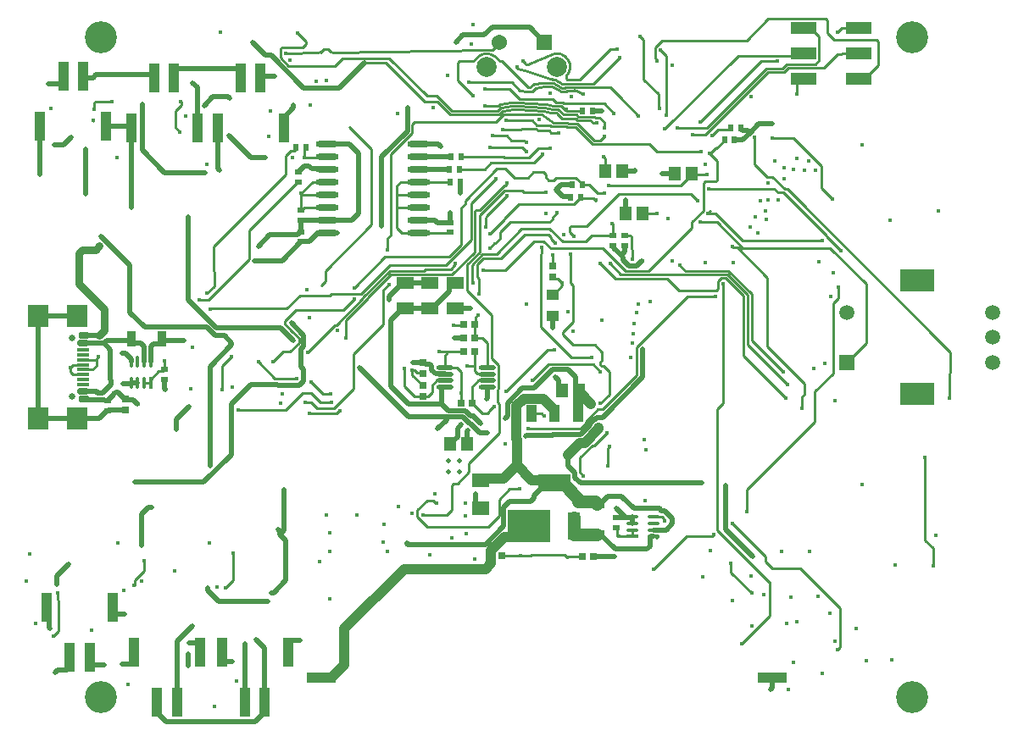
<source format=gbl>
G04*
G04 #@! TF.GenerationSoftware,Altium Limited,Altium Designer,22.1.2 (22)*
G04*
G04 Layer_Physical_Order=4*
G04 Layer_Color=16711680*
%FSLAX44Y44*%
%MOMM*%
G71*
G04*
G04 #@! TF.SameCoordinates,DF868C21-73AE-4418-8FF8-C31C1020728F*
G04*
G04*
G04 #@! TF.FilePolarity,Positive*
G04*
G01*
G75*
%ADD14C,0.2540*%
%ADD21R,0.7500X0.6500*%
%ADD25R,0.6500X0.7500*%
%ADD26R,0.6400X0.5400*%
%ADD31R,0.3750X1.1565*%
G04:AMPARAMS|DCode=32|XSize=1.1565mm|YSize=0.375mm|CornerRadius=0.1875mm|HoleSize=0mm|Usage=FLASHONLY|Rotation=90.000|XOffset=0mm|YOffset=0mm|HoleType=Round|Shape=RoundedRectangle|*
%AMROUNDEDRECTD32*
21,1,1.1565,0.0000,0,0,90.0*
21,1,0.7815,0.3750,0,0,90.0*
1,1,0.3750,0.0000,0.3908*
1,1,0.3750,0.0000,-0.3908*
1,1,0.3750,0.0000,-0.3908*
1,1,0.3750,0.0000,0.3908*
%
%ADD32ROUNDEDRECTD32*%
%ADD38R,0.5400X0.6400*%
%ADD39R,0.9000X1.6500*%
%ADD43R,1.2000X1.1000*%
%ADD44R,1.8000X1.3500*%
%ADD45R,0.6500X0.5500*%
%ADD46R,0.5500X0.6500*%
%ADD95C,0.6500*%
%ADD99R,1.5400X1.5400*%
%ADD100C,1.5400*%
%ADD101C,2.0000*%
%ADD104C,0.5000*%
%ADD106C,0.5080*%
%ADD108C,0.7620*%
%ADD110C,1.0000*%
%ADD111R,3.5000X2.3000*%
%ADD112R,1.5000X1.5000*%
%ADD113C,1.5000*%
%ADD114C,3.2000*%
%ADD115C,0.4500*%
%ADD116C,0.4000*%
%ADD117O,2.3000X0.6000*%
%ADD118R,1.0000X3.0000*%
%ADD119R,2.5400X1.2700*%
%ADD120R,1.1500X0.3000*%
G04:AMPARAMS|DCode=121|XSize=0.6mm|YSize=1.15mm|CornerRadius=0.15mm|HoleSize=0mm|Usage=FLASHONLY|Rotation=90.000|XOffset=0mm|YOffset=0mm|HoleType=Round|Shape=RoundedRectangle|*
%AMROUNDEDRECTD121*
21,1,0.6000,0.8500,0,0,90.0*
21,1,0.3000,1.1500,0,0,90.0*
1,1,0.3000,0.4250,0.1500*
1,1,0.3000,0.4250,-0.1500*
1,1,0.3000,-0.4250,-0.1500*
1,1,0.3000,-0.4250,0.1500*
%
%ADD121ROUNDEDRECTD121*%
G04:AMPARAMS|DCode=122|XSize=0.6mm|YSize=1.1mm|CornerRadius=0.15mm|HoleSize=0mm|Usage=FLASHONLY|Rotation=90.000|XOffset=0mm|YOffset=0mm|HoleType=Round|Shape=RoundedRectangle|*
%AMROUNDEDRECTD122*
21,1,0.6000,0.8000,0,0,90.0*
21,1,0.3000,1.1000,0,0,90.0*
1,1,0.3000,0.4000,0.1500*
1,1,0.3000,0.4000,-0.1500*
1,1,0.3000,-0.4000,-0.1500*
1,1,0.3000,-0.4000,0.1500*
%
%ADD122ROUNDEDRECTD122*%
%ADD123R,2.0000X2.1800*%
%ADD124R,3.0000X1.0000*%
%ADD125O,1.7000X0.4500*%
%ADD126R,1.1565X0.3750*%
G04:AMPARAMS|DCode=127|XSize=1.1565mm|YSize=0.375mm|CornerRadius=0.1875mm|HoleSize=0mm|Usage=FLASHONLY|Rotation=0.000|XOffset=0mm|YOffset=0mm|HoleType=Round|Shape=RoundedRectangle|*
%AMROUNDEDRECTD127*
21,1,1.1565,0.0000,0,0,0.0*
21,1,0.7815,0.3750,0,0,0.0*
1,1,0.3750,0.3908,0.0000*
1,1,0.3750,-0.3908,0.0000*
1,1,0.3750,-0.3908,0.0000*
1,1,0.3750,0.3908,0.0000*
%
%ADD127ROUNDEDRECTD127*%
%ADD128R,1.2000X1.4000*%
%ADD129R,1.6500X0.9000*%
%ADD130R,1.7062X1.1544*%
%ADD131R,1.1500X1.1000*%
%ADD132R,4.3500X3.2000*%
%ADD133R,3.2500X1.7000*%
%ADD134R,1.0000X1.7000*%
%ADD135C,1.2700*%
D14*
X299390Y675022D02*
G03*
X299485Y675113I-1706J1882D01*
G01*
X297617Y674256D02*
G03*
X299271Y674913I-52J2539D01*
G01*
X309409Y675219D02*
G03*
X311240Y674475I1796J1796D01*
G01*
X553067Y636749D02*
G03*
X553548Y636599I992J2338D01*
G01*
X530218Y644242D02*
G03*
X531535Y643902I4832J15996D01*
G01*
X544434Y650855D02*
G03*
X529891Y672464I-9384J9383D01*
G01*
X530756Y647682D02*
G03*
X533205Y647097I4294J12556D01*
G01*
X529734Y640802D02*
G03*
X529783Y640788I5316J19436D01*
G01*
X473670Y670240D02*
G03*
X456230Y670240I-8720J-10002D01*
G01*
X554529Y636348D02*
G03*
X554054Y636495I-986J-2341D01*
G01*
X437228Y665506D02*
G03*
X437227Y665506I1796J-1796D01*
G01*
X464950Y676948D02*
G03*
X464681Y676946I0J-16710D01*
G01*
X759940Y658690D02*
X764190Y662940D01*
X765690D01*
X744198Y658690D02*
X759940D01*
X766000Y659500D02*
X802000D01*
X761750Y655250D02*
X766000Y659500D01*
X745623Y655250D02*
X761750D01*
X765690Y662940D02*
X765750Y663000D01*
X793440D01*
X684663Y599155D02*
X744198Y658690D01*
X683178Y592805D02*
X745623Y655250D01*
X802000Y659500D02*
X815257Y672757D01*
X818807D01*
X793440Y663000D02*
X797038Y666598D01*
X655359Y599155D02*
X684663D01*
X670618Y592805D02*
X683178D01*
X716058Y671580D02*
X779378D01*
X642480Y598002D02*
X716058Y671580D01*
X775000Y633399D02*
Y643520D01*
X780080Y648600D02*
X781798D01*
X775000Y643520D02*
X780080Y648600D01*
X819400Y699400D02*
X836398D01*
X746290Y708290D02*
X803722D01*
X633150Y679745D02*
X636413Y683008D01*
X724500Y686500D02*
X746290Y708290D01*
X640250Y686500D02*
X724500D01*
X636758Y683008D02*
X640250Y686500D01*
X636413Y683008D02*
X636758D01*
X797038Y666598D02*
Y690510D01*
X788148Y699400D02*
X797038Y690510D01*
X781798Y699400D02*
X788148D01*
X818807Y672757D02*
X820051Y674000D01*
X836398D01*
X779378Y671580D02*
X781798Y674000D01*
X803722Y708290D02*
X805210Y706802D01*
Y694040D02*
Y706802D01*
Y694040D02*
X812250Y687000D01*
X854262D01*
X855750Y685512D01*
Y661602D02*
Y685512D01*
X842748Y648600D02*
X855750Y661602D01*
X836398Y648600D02*
X842748D01*
X633150Y668559D02*
Y679745D01*
Y668559D02*
X635169Y666540D01*
Y666010D02*
Y666540D01*
X815000Y695000D02*
X819400Y699400D01*
X720000Y84000D02*
X747250Y111250D01*
Y145648D01*
X701342Y324371D02*
Y443778D01*
X695290Y318318D02*
X701342Y324371D01*
X695290Y197460D02*
Y318318D01*
Y197460D02*
X747096Y145654D01*
X201000Y337500D02*
Y361001D01*
X210439Y370440D01*
X304764Y569795D02*
X305618Y570648D01*
X292945Y569795D02*
X304764D01*
X292400Y569250D02*
X292945Y569795D01*
X283250Y569250D02*
X292400D01*
X283000D02*
X283250D01*
X273929Y579180D02*
X274250Y579500D01*
X273929Y578820D02*
Y579180D01*
Y576524D02*
Y578820D01*
X269147Y576524D02*
X273929D01*
X264180Y571557D02*
X269147Y576524D01*
X264180Y552547D02*
Y571557D01*
X192446Y480813D02*
X264180Y552547D01*
X192446Y456079D02*
Y480813D01*
Y456079D02*
X192861Y455664D01*
Y441153D02*
Y455664D01*
X185486Y433777D02*
X192861Y441153D01*
X283000Y578250D02*
X284250Y579500D01*
X283000Y569250D02*
Y578250D01*
X187335Y427750D02*
X227680Y468094D01*
Y496930D01*
X276000Y545250D01*
X276500D01*
X178000Y427750D02*
X187335D01*
X37209Y96209D02*
Y127143D01*
X36604Y127748D02*
X37209Y127143D01*
X36604Y127748D02*
Y134473D01*
X548789Y444396D02*
Y473136D01*
Y444396D02*
X551533Y441652D01*
Y405614D02*
Y441652D01*
X546420Y400500D02*
X551533Y405614D01*
X677813Y505170D02*
X694816D01*
X720634Y479352D02*
X807756D01*
X686226Y513583D02*
X693417D01*
X694816Y505170D02*
X720634Y479352D01*
X720594Y486406D02*
X800433D01*
X693417Y513583D02*
X720594Y486406D01*
X686999Y538087D02*
X752290D01*
X755877Y534500D01*
X761218D01*
X614750Y379779D02*
X665626Y430654D01*
X614750Y351952D02*
Y379779D01*
X580498Y317699D02*
X614750Y351952D01*
X730742Y183742D02*
X743693Y170792D01*
Y165607D02*
Y170792D01*
X710307Y204177D02*
X730742Y183742D01*
X390250Y352393D02*
Y357250D01*
X401405Y354179D02*
X401643Y353942D01*
X392779Y356971D02*
X395571Y354179D01*
X390529Y356971D02*
X392779D01*
X395571Y354179D02*
X401405D01*
X390250Y357250D02*
X390529Y356971D01*
X390250Y352393D02*
X401143Y341500D01*
X401643D01*
X332048Y373318D02*
X361704Y402975D01*
Y437084D01*
X367274Y442654D01*
X332048Y338518D02*
Y373318D01*
X113068Y141659D02*
X113443Y142034D01*
Y147320D02*
X122842Y156719D01*
Y166750D01*
X113443Y142034D02*
Y147320D01*
X369318Y573090D02*
X390460Y594232D01*
Y602249D02*
X393238Y605027D01*
X390460Y594232D02*
Y602249D01*
X369318Y492113D02*
Y573090D01*
X375454Y532548D02*
X387923D01*
X397617D01*
X387923D02*
Y533018D01*
X375978Y519848D02*
X397617D01*
X375454Y541760D02*
X378943Y545248D01*
X375454Y532548D02*
Y541760D01*
X378943Y545248D02*
X397617D01*
X375454Y520372D02*
X375978Y519848D01*
X375454Y498985D02*
Y520372D01*
Y532548D01*
X365878Y488673D02*
X369318Y492113D01*
X261273Y375296D02*
X268424D01*
X270232Y396303D02*
X270324D01*
X268424Y375296D02*
X277570Y384443D01*
X262986Y405746D02*
X274393Y417153D01*
X277570Y384443D02*
Y389057D01*
X262986Y403550D02*
X270232Y396303D01*
X270324D02*
X277570Y389057D01*
X262986Y403550D02*
Y405746D01*
X71750Y605970D02*
Y606500D01*
X540105Y444250D02*
X540500D01*
X531368Y432654D02*
X540221Y441506D01*
Y443971D01*
X540500Y444250D01*
X532563Y448119D02*
X536236D01*
X530583Y450099D02*
X532563Y448119D01*
X536236D02*
X540105Y444250D01*
X530868Y432654D02*
X531368D01*
X732708Y562925D02*
Y590154D01*
X750065Y550433D02*
X762558Y537940D01*
X745200Y550433D02*
X750065D01*
X762558Y537940D02*
X765239D01*
X732708Y562925D02*
X745200Y550433D01*
X765239Y537940D02*
X928270Y374909D01*
Y354794D02*
Y374909D01*
X771127Y589000D02*
X799014Y561113D01*
Y539453D02*
X810000Y528467D01*
X799014Y539453D02*
Y561113D01*
X750000Y589000D02*
X771127D01*
X708500Y155000D02*
X729500Y134000D01*
X708500Y155000D02*
Y163750D01*
X72500Y617500D02*
Y623701D01*
X74049Y625250D01*
X90500D01*
X153750Y615750D02*
X159755Y621755D01*
Y625245D01*
X159500Y625500D02*
X159755Y625245D01*
X153750Y599769D02*
Y615750D01*
Y599769D02*
X158592Y594927D01*
X815250Y77250D02*
Y77780D01*
X818070Y80600D02*
Y118940D01*
X815250Y77780D02*
X818070Y80600D01*
X32500Y91500D02*
X37209Y96209D01*
X452889Y402420D02*
X453920Y403451D01*
Y409980D01*
X456045Y412105D01*
Y412500D01*
X452889Y388920D02*
Y402420D01*
X299271Y674913D02*
X299390Y675022D01*
X311240Y674475D02*
X311245Y674475D01*
X299485Y675113D02*
X302193Y677820D01*
X306807D02*
X309408Y675219D01*
X264354Y673720D02*
X297617Y674256D01*
X311245Y674475D02*
X464681Y676946D01*
X309408Y675219D02*
X309409Y675219D01*
X302193Y677820D02*
X306807D01*
X557908Y647069D02*
X588589Y677750D01*
X595500D01*
X470998Y591263D02*
X484773D01*
X489188Y586848D01*
X480750Y597250D02*
X499065D01*
X500211Y598396D01*
X489188Y586848D02*
X502532D01*
X500211Y598396D02*
X514272D01*
X484250Y606750D02*
X484290Y606790D01*
X510187D01*
X301336Y333000D02*
X308750D01*
X289244Y345093D02*
X301336Y333000D01*
X658200Y461614D02*
X663586Y456228D01*
X658200Y461614D02*
Y462050D01*
X663586Y456228D02*
X706499D01*
X463761Y500261D02*
Y509442D01*
X463750Y500250D02*
X463761Y500261D01*
X482939Y509034D02*
X497253Y523348D01*
X482939Y508189D02*
Y509034D01*
X468250Y493500D02*
X482939Y508189D01*
X497253Y523348D02*
X551862D01*
X506500Y298500D02*
X558092D01*
X563540Y303948D01*
X431960Y402210D02*
X441679D01*
X441889Y402420D01*
X431750Y402000D02*
X431960Y402210D01*
X520750Y572756D02*
Y573000D01*
X512066Y564072D02*
X520750Y572756D01*
X469477Y564072D02*
X512066D01*
X778329Y158681D02*
X818070Y118940D01*
X529019Y594500D02*
X537250D01*
X527258Y596261D02*
X529019Y594500D01*
X477345Y211387D02*
Y227845D01*
X466457Y200500D02*
X477345Y211387D01*
Y227845D02*
X487863Y238363D01*
X498070D01*
X288318Y314158D02*
X315170D01*
X317621Y316609D02*
X318016D01*
X315170Y314158D02*
X317621Y316609D01*
X295644Y318967D02*
X312497D01*
X299181Y324537D02*
X310190D01*
X289611Y325000D02*
X295644Y318967D01*
X312497D02*
X332048Y338518D01*
X631373Y158239D02*
X664384Y191250D01*
X689720D01*
X691406Y192936D02*
X691936D01*
X689720Y191250D02*
X691406Y192936D01*
X251752Y365775D02*
X261273Y375296D01*
X510538Y346962D02*
X526287Y362710D01*
X571169D01*
X526000Y377500D02*
X532596D01*
X484000Y335500D02*
X526000Y377500D01*
X447500Y263967D02*
X477734Y294201D01*
X469679Y369003D02*
X476655Y362027D01*
X475854Y324750D02*
Y337398D01*
Y324750D02*
X477734Y322869D01*
X475854Y337398D02*
X476655Y338200D01*
X477734Y294201D02*
Y322869D01*
X476655Y338200D02*
Y362027D01*
X571169Y362710D02*
X578596Y355283D01*
X435908Y243500D02*
X447500Y255092D01*
X430000Y242012D02*
X431488Y243500D01*
X430000Y217250D02*
Y242012D01*
X431488Y243500D02*
X435908D01*
X447500Y255092D02*
Y263967D01*
X425331Y212581D02*
X430000Y217250D01*
X405530Y200500D02*
X466457D01*
X395849Y210181D02*
X405530Y200500D01*
X401643Y212581D02*
X425331D01*
X521855Y311250D02*
X522250D01*
X519605Y313500D02*
X521855Y311250D01*
X510000Y313500D02*
X519605D01*
X578550Y323629D02*
X587480Y332559D01*
X576077Y317699D02*
X580498D01*
X563540Y305449D02*
X569771Y311680D01*
X570057D02*
X576077Y317699D01*
X569771Y311680D02*
X570057D01*
X563540Y303948D02*
Y305449D01*
X518736Y400496D02*
Y472759D01*
Y400496D02*
X549591Y369641D01*
X569519D01*
X572487Y282080D02*
X585233Y294826D01*
X558038Y255165D02*
Y269709D01*
X570409Y282080D02*
X572487D01*
X558038Y269709D02*
X570409Y282080D01*
X587480Y332559D02*
Y355283D01*
X561583Y251090D02*
Y251620D01*
X558038Y255165D02*
X561583Y251620D01*
X586039Y261276D02*
Y278713D01*
X587920Y280594D01*
Y281124D01*
X750619Y158681D02*
X778329D01*
X743693Y165607D02*
X750619Y158681D01*
X382393Y341147D02*
X393039Y330500D01*
X401643D01*
X468090Y478906D02*
X472864Y483680D01*
X473683D02*
X478127Y488125D01*
X472864Y483680D02*
X473683D01*
X499000Y172000D02*
X508987D01*
X480500D02*
X499000D01*
X411568Y226552D02*
X414120Y224000D01*
X414650D01*
X405318Y226552D02*
X411568D01*
X450089Y462224D02*
X460977Y473113D01*
X455205Y450325D02*
Y462476D01*
X461778Y469049D01*
X450089Y446850D02*
Y462224D01*
X451419Y444050D02*
Y445520D01*
X461865Y456900D02*
X483197D01*
X450089Y446850D02*
X451419Y445520D01*
X467736Y316358D02*
X471940Y320562D01*
X472164D01*
X445625Y462626D02*
X457780Y474780D01*
Y511917D01*
X482735Y536873D01*
X500493D02*
X500625Y536740D01*
X482735Y536873D02*
X500493D01*
X465031Y511376D02*
X484958Y531303D01*
X485042D01*
X463761Y509442D02*
X465031Y510712D01*
Y511376D01*
X463550Y621522D02*
X463650Y621422D01*
X476367D01*
X506052Y663012D02*
X508099Y663268D01*
X529891Y672464D01*
X503948Y663012D02*
X506052D01*
X503791Y663169D02*
X503948Y663012D01*
X495348Y658750D02*
Y660238D01*
X501061Y665899D02*
X503791Y663169D01*
X543468Y640160D02*
X543498Y640189D01*
X545728Y647069D02*
X546754Y647069D01*
X542724Y639416D02*
X543468Y640160D01*
X544922Y636749D02*
X553067D01*
X571888Y643629D02*
X597485Y669225D01*
X539195Y635976D02*
X544149D01*
X544240Y648557D02*
Y650661D01*
X542073Y643629D02*
X571888D01*
X588211Y640189D02*
X597587Y630813D01*
X536633Y637176D02*
X539195Y635976D01*
X540620Y639416D02*
X542724D01*
X529783Y640788D02*
X536633Y637176D01*
X533205Y647097D02*
X539939Y643600D01*
X553067Y636749D02*
X553067Y636749D01*
X544149Y635976D02*
X544922Y636749D01*
X539939Y643600D02*
X542043Y643600D01*
X522306Y640802D02*
X529734D01*
X542043Y643600D02*
X542073Y643629D01*
X546754Y647069D02*
X557908D01*
X544240Y650661D02*
X544434Y650855D01*
X544240Y648557D02*
X545728Y647069D01*
X531535Y643902D02*
X538514Y640160D01*
X540620Y639416D01*
X543498Y640189D02*
X588211D01*
X512291Y642856D02*
X520881Y644242D01*
X502693Y656390D02*
X530756Y647682D01*
X520881Y644242D02*
X530218D01*
X513716Y639416D02*
X522306Y640802D01*
X495348Y658750D02*
X502693Y656390D01*
X510305Y636005D02*
X513716Y639416D01*
X532558Y626324D02*
X534046Y624836D01*
X497960Y628098D02*
X531070D01*
X487652Y638406D02*
X497960Y628098D01*
X541138Y624836D02*
X542137Y623836D01*
X532558Y626324D02*
Y626611D01*
X531070Y628098D02*
X531814Y627355D01*
X532558Y626611D01*
X534046Y624836D02*
X541138D01*
X542137Y623836D02*
X582054D01*
X509800Y172814D02*
X542656D01*
X545470Y170000D01*
X508987Y172000D02*
X509800Y172814D01*
X559875Y170375D02*
X560500Y171000D01*
X546000Y170000D02*
X546375Y170375D01*
X545470Y170000D02*
X546000D01*
X546375Y170375D02*
X559875D01*
X596750Y190920D02*
X610517D01*
X594851D02*
X596750D01*
X594851D02*
Y199319D01*
X725000Y216021D02*
Y237446D01*
X519755Y612976D02*
X531796Y604286D01*
X544580Y600846D02*
X545140Y600285D01*
X531796Y604286D02*
X546004D01*
X529319Y600846D02*
X544580D01*
X546004Y604286D02*
X546565Y603725D01*
X582274Y599530D02*
Y604868D01*
Y599530D02*
X582649Y599155D01*
X555304Y607165D02*
X568252D01*
X571136Y604281D01*
X574984D01*
X572799Y610605D02*
X573928Y609476D01*
X577666D02*
X582274Y604868D01*
X574984Y604281D02*
X575359Y603906D01*
X573928Y609476D02*
X577666D01*
X556729Y610605D02*
X572799D01*
X578526Y586731D02*
X582701Y590906D01*
X582920D01*
X572084Y586731D02*
X578526D01*
X204322Y139633D02*
X211408Y146719D01*
Y174357D01*
X439639Y323920D02*
Y334434D01*
Y333450D02*
Y355597D01*
X739265Y666010D02*
X755000D01*
X678653Y605398D02*
X739265Y666010D01*
X500661Y579800D02*
X505000Y575461D01*
X468011Y579800D02*
X500661D01*
X504909Y584471D02*
X505000D01*
X502532Y586848D02*
X504909Y584471D01*
X507307Y569891D02*
X516510Y579094D01*
X439236Y570560D02*
X481721D01*
X463535Y558130D02*
X469477Y564072D01*
X516510Y579094D02*
X518614D01*
X518807Y578901D01*
X481721Y570560D02*
X482389Y569891D01*
X507307D01*
X473870Y548456D02*
Y548544D01*
X449449Y524035D02*
X473870Y548456D01*
X494477Y617853D02*
X495838Y617779D01*
X495977Y621218D02*
X521607Y619856D01*
X489148Y624810D02*
X496082D01*
X495838Y617779D02*
X521180Y616416D01*
X524189Y623134D02*
X532177Y621396D01*
X523090Y623226D02*
X524189Y623134D01*
X529327Y614516D02*
X534759D01*
X490573Y621370D02*
X494657D01*
X522674Y619786D02*
X530752Y617956D01*
X479596Y619785D02*
X490573Y621370D01*
X474567Y605027D02*
X481900Y612360D01*
X494657Y621370D02*
X495034Y621294D01*
X496535Y624659D02*
X523090Y623226D01*
X481900Y612360D02*
X515141Y612976D01*
X532177Y621396D02*
X539018D01*
X493232Y617930D02*
X494477Y617853D01*
X463500Y638406D02*
X487652D01*
X491998Y617930D02*
X493232Y617930D01*
X495034Y621294D02*
X495977Y621218D01*
X478171Y623225D02*
X489148Y624810D01*
X496082D02*
X496535Y624659D01*
X515141Y612976D02*
X519755D01*
X481021Y616345D02*
X491998Y617930D01*
X521180Y616416D02*
X529327Y614516D01*
X521607Y619856D02*
X522674Y619786D01*
X530752Y617956D02*
X536184D01*
X508136Y640189D02*
X511664Y642453D01*
X512291Y642856D01*
X514272Y598396D02*
X516407Y596261D01*
X515141Y601836D02*
X528329D01*
X510187Y606790D02*
X515141Y601836D01*
X528329D02*
X529319Y600846D01*
X516407Y596261D02*
X527258D01*
X473670Y670240D02*
X478247Y666250D01*
X451653D02*
X456230Y670240D01*
X498281Y636720D02*
X505351Y636005D01*
X476367Y621422D02*
X478171Y623225D01*
X479970Y666250D02*
X506032Y640189D01*
X490250Y644750D02*
X498281Y636720D01*
X475762Y615952D02*
X479596Y619785D01*
X506032Y640189D02*
X508136Y640189D01*
X505351Y636005D02*
X510305D01*
X536184Y617956D02*
X536928Y617212D01*
X541794Y612346D01*
X480277Y615601D02*
X481021Y616345D01*
X534759Y614516D02*
X535503Y613772D01*
X539018Y621396D02*
X543266Y617147D01*
X477187Y612512D02*
X480277Y615601D01*
X478247Y666250D02*
X479970D01*
X535503Y613772D02*
X540369Y608906D01*
X437971Y666250D02*
X451653D01*
X544068Y616345D02*
Y617949D01*
X582054Y623836D02*
X582492Y623398D01*
X540369Y608906D02*
X553563D01*
X541794Y612346D02*
X554988D01*
X544068Y616345D02*
X560481D01*
X216747Y317408D02*
X264499D01*
X281441Y334350D01*
X598956Y452665D02*
X651953D01*
X609920Y478137D02*
X610359Y477698D01*
X652076Y452788D02*
X705074D01*
X725702Y432161D01*
X603709Y456105D02*
X626619D01*
X669920Y499406D01*
X581108Y478706D02*
X603709Y456105D01*
X651953Y452665D02*
X652076Y452788D01*
X588220Y463400D02*
X598956Y452665D01*
X610359Y467655D02*
Y477698D01*
X609920Y478137D02*
Y489918D01*
X528941Y478706D02*
X581108D01*
X578596Y463400D02*
X593604Y448392D01*
X644831D01*
X393238Y605027D02*
X474567D01*
X430174Y615952D02*
X475762D01*
X428749Y612512D02*
X477187D01*
X658762Y541748D02*
X669480Y552467D01*
X586420Y541748D02*
X658762D01*
X669480Y552467D02*
Y553467D01*
X581709Y570253D02*
X583484Y568478D01*
X581709Y570253D02*
Y570648D01*
X583484Y556345D02*
Y568478D01*
X640877Y210420D02*
X641127Y210171D01*
Y209086D02*
Y210171D01*
Y209086D02*
X643074Y207139D01*
Y206744D02*
Y207139D01*
X553548Y636599D02*
X554054Y636495D01*
X554535Y636345D02*
X561477Y633399D01*
X554529Y636348D02*
X554535Y636345D01*
X597587Y630151D02*
X616659Y611079D01*
X597587Y630151D02*
Y630813D01*
X621420Y647836D02*
X636500Y632756D01*
X617920Y690340D02*
X621420Y686840D01*
Y647836D02*
Y686840D01*
X638720Y677438D02*
X644670Y671488D01*
Y612251D02*
Y671488D01*
X553979Y549346D02*
X560420Y542906D01*
X534477Y549346D02*
X553979D01*
X560420Y542406D02*
Y542906D01*
X811301Y423801D02*
X816500Y429000D01*
X811301Y354065D02*
Y423801D01*
X816500Y429000D02*
Y439852D01*
X437228Y665506D02*
X437971Y666250D01*
X436483Y646435D02*
Y664762D01*
X464950Y676948D02*
X470188Y676948D01*
X436483Y664762D02*
X437227Y665506D01*
X470188Y676948D02*
X470552Y677312D01*
X477500Y684260D01*
X447389Y644750D02*
X490250D01*
X477500Y684260D02*
Y685138D01*
X553665Y600285D02*
X570659Y583291D01*
X627453D01*
X635282Y575461D01*
X555090Y603725D02*
X572084Y586731D01*
X546565Y603725D02*
X555090D01*
X545140Y600285D02*
X553665D01*
X554988Y612346D02*
X556729Y610605D01*
X553563Y608906D02*
X555304Y607165D01*
X414626Y631500D02*
X430174Y615952D01*
X415905Y625355D02*
X428749Y612512D01*
X405264Y631500D02*
X414626D01*
X403301Y625355D02*
X415905D01*
X364317Y664340D02*
X403301Y625355D01*
X342961Y664340D02*
X364317D01*
X320940Y669050D02*
X367714D01*
X405264Y631500D01*
X313280Y661390D02*
X320940Y669050D01*
X258784Y669113D02*
Y677802D01*
X266507Y661390D02*
X313280D01*
X258784Y669113D02*
X266507Y661390D01*
X258784Y677802D02*
X260272Y679290D01*
X280777D01*
X284885Y683398D01*
Y685502D01*
X276256Y694131D02*
X284885Y685502D01*
X341491Y429613D02*
X368218Y456340D01*
X346674Y429931D02*
X369105Y452362D01*
X430497D01*
X339810Y433565D02*
X368105Y461860D01*
X309933Y433565D02*
X339810D01*
X341491Y428992D02*
Y429613D01*
X346674Y429310D02*
Y429931D01*
X313375Y402265D02*
X314765D01*
X341491Y428992D01*
X324244Y406879D02*
X346674Y429310D01*
X368105Y461860D02*
X424240D01*
X368218Y456340D02*
X402527D01*
X286260Y375150D02*
X313375Y402265D01*
X547554Y495213D02*
Y499418D01*
Y495213D02*
X551829Y490938D01*
X564092Y485368D02*
X570131Y491406D01*
X527646Y498400D02*
X540679Y485368D01*
X564092D01*
X499924Y498400D02*
X527646D01*
X547554Y499418D02*
X549042Y500906D01*
X564920D01*
X474636Y473113D02*
X499924Y498400D01*
X596990Y532976D02*
X669219D01*
X564920Y500906D02*
X596990Y532976D01*
X725702Y382189D02*
Y432161D01*
X706499Y456228D02*
X729766Y432962D01*
X656775Y436448D02*
X694284D01*
X695772Y446085D02*
X699035Y449348D01*
X729766Y386319D02*
Y432962D01*
X695772Y437936D02*
Y446085D01*
X694284Y436448D02*
X695772Y437936D01*
X721638Y371586D02*
Y431360D01*
X703649Y449348D02*
X721638Y431360D01*
X699035Y449348D02*
X703649D01*
X417819Y375420D02*
X426189D01*
X804166Y491137D02*
Y491553D01*
Y491137D02*
X818462Y476840D01*
X761218Y534500D02*
X804166Y491553D01*
X807756Y479352D02*
X844039Y443069D01*
X188736Y418532D02*
X265022D01*
X188587Y418383D02*
X188736Y418532D01*
X75428Y368975D02*
X76916Y370463D01*
Y370858D01*
X75428Y367500D02*
Y368975D01*
Y361474D02*
Y367500D01*
X61800D02*
X75428D01*
X71454Y357500D02*
X75428Y361474D01*
X143385Y357525D02*
Y366442D01*
X129342Y347924D02*
X137514Y356095D01*
X141955D02*
X143385Y357525D01*
X129342Y344266D02*
Y347924D01*
X137514Y356095D02*
X141955D01*
X122842Y344266D02*
X129342D01*
X467736Y315995D02*
Y316358D01*
X450639Y323420D02*
X452619Y321440D01*
X460559Y314000D02*
X465741D01*
X453119Y321440D02*
X460559Y314000D01*
X452619Y321440D02*
X453119D01*
X465741Y314000D02*
X467736Y315995D01*
X450639Y323420D02*
Y323920D01*
Y340524D01*
X435552Y359684D02*
X439639Y355597D01*
X436483Y646435D02*
X451419Y631500D01*
X332618Y439560D02*
X363466Y470408D01*
X427924D01*
X365878Y477641D02*
Y488673D01*
X669219Y532976D02*
X675850Y526345D01*
X321776Y417153D02*
X332618Y427995D01*
X324244Y388920D02*
Y406879D01*
X278355Y431865D02*
X308233D01*
X309933Y433565D01*
X274393Y417153D02*
X321776D01*
X696383Y597644D02*
X707622D01*
X708883Y598906D01*
X690085Y591346D02*
X696383Y597644D01*
X689477Y575022D02*
X693531Y579075D01*
X687920Y574318D02*
Y575022D01*
X687481Y573879D02*
X687920Y574318D01*
Y575022D02*
X689477D01*
X687481Y573879D02*
X695133Y566227D01*
X635282Y575461D02*
X679475D01*
X518807Y578901D02*
X527991D01*
X527996Y578906D01*
X484925Y543393D02*
Y543788D01*
X483437Y541905D02*
X484925Y543393D01*
X483437Y541823D02*
Y541905D01*
X482821Y541823D02*
X483437D01*
X449449Y487068D02*
Y524035D01*
X502349Y535015D02*
X523973D01*
X500625Y536740D02*
X502349Y535015D01*
X458442Y517445D02*
X482821Y541823D01*
X483887Y558200D02*
X492741Y549346D01*
X531717Y546586D02*
X534477Y549346D01*
X492741D02*
X506311D01*
X511750Y554785D01*
X521825D02*
X523840Y552770D01*
X511750Y554785D02*
X521825D01*
X527103Y546586D02*
X531717D01*
X523840Y549849D02*
X527103Y546586D01*
X523840Y549849D02*
Y552770D01*
X475100Y558200D02*
X483887D01*
X454377Y517445D02*
X458442D01*
X452889Y515957D02*
X454377Y517445D01*
X452889Y474754D02*
Y515957D01*
X478127Y494720D02*
X488378Y504970D01*
X478127Y488125D02*
Y494720D01*
X488378Y504970D02*
X527860D01*
X479109Y469049D02*
X502839Y492778D01*
X445625Y436311D02*
X469679Y412256D01*
X483197Y456900D02*
X511966Y485669D01*
X461778Y469049D02*
X479109D01*
X521978Y485669D02*
X528941Y478706D01*
X457213Y433672D02*
Y448317D01*
X460977Y473113D02*
X474636D01*
X526329Y492778D02*
X528992Y490116D01*
X455205Y450325D02*
X457213Y448317D01*
X502839Y492778D02*
X526329D01*
X511966Y485669D02*
X521978D01*
X445625Y436311D02*
Y462626D01*
X528992Y488450D02*
Y490116D01*
Y488450D02*
X533165Y484276D01*
X430497Y452362D02*
X452889Y474754D01*
X424240Y461860D02*
X449449Y487068D01*
X439850Y482335D02*
Y519504D01*
X427924Y470408D02*
X439850Y482335D01*
X431268Y459370D02*
Y460616D01*
X433658Y463005D01*
Y463400D01*
X429472Y457574D02*
X431268Y459370D01*
X403761Y457574D02*
X429472D01*
X402527Y456340D02*
X403761Y457574D01*
X281441Y334350D02*
X289368D01*
X283729Y325000D02*
X289611D01*
X289368Y334350D02*
X299181Y324537D01*
X253556Y348934D02*
X275000D01*
X236714Y365775D02*
X253556Y348934D01*
X265022Y418532D02*
X278355Y431865D01*
X693645Y545619D02*
X695133Y547107D01*
X683207Y545619D02*
X693645D01*
X695133Y547107D02*
Y566227D01*
X669971Y552976D02*
X684982D01*
X681420Y543832D02*
X683207Y545619D01*
X681420Y516654D02*
Y543832D01*
X669920Y505154D02*
X681420Y516654D01*
X686226Y513978D02*
X688192Y515944D01*
X669920Y499406D02*
Y505154D01*
X688192Y515944D02*
Y516345D01*
X686226Y513583D02*
Y513978D01*
X608432Y491406D02*
X609920Y489918D01*
X602920Y491406D02*
X608432D01*
X530750Y471710D02*
X530917Y471877D01*
X530750Y461266D02*
Y471710D01*
X519930Y473954D02*
Y479839D01*
X530583Y461099D02*
X530750Y461266D01*
X518736Y472759D02*
X519930Y473954D01*
X551862Y523348D02*
X558587Y530074D01*
X710000Y480000D02*
X715121D01*
X279626Y517404D02*
X280126Y516904D01*
X283071Y519848D02*
X305618D01*
X280126Y516904D02*
X283071Y519848D01*
X279626Y517404D02*
Y533898D01*
X290918Y545190D01*
X305559D01*
X305618Y545248D01*
X280976Y532548D02*
X305618D01*
X279626Y533898D02*
X280976Y532548D01*
X423615Y359684D02*
X435552D01*
X423615D02*
Y371910D01*
X424769Y373064D01*
Y374000D01*
X426189Y375420D01*
X441889D01*
X397617Y494448D02*
X397730Y494561D01*
X428707D01*
X428819Y494674D01*
X379991Y494448D02*
X397617D01*
X375454Y498985D02*
X379991Y494448D01*
X397617Y545248D02*
X397659Y545290D01*
X428819D01*
X428861Y545332D01*
X610517Y190920D02*
Y197420D01*
X594500Y199670D02*
X594851Y199319D01*
X620784Y513388D02*
X620790Y513382D01*
X635359D01*
X710000Y480000D02*
Y480936D01*
X715121Y480000D02*
X745394Y449727D01*
Y380356D02*
Y449727D01*
Y380356D02*
X782514Y343236D01*
Y332934D02*
Y343236D01*
X779819Y330239D02*
X782514Y332934D01*
X779819Y319000D02*
Y330239D01*
X844039Y384039D02*
Y443069D01*
X825000Y365000D02*
X844039Y384039D01*
X51550Y352500D02*
X61800D01*
X48752Y355298D02*
X51550Y352500D01*
X48752Y355298D02*
Y359799D01*
X51453Y362500D01*
X61800D01*
Y357500D02*
X71454D01*
X437519Y558130D02*
X463535D01*
X631534Y210420D02*
X640877D01*
X644831Y448392D02*
X656775Y436448D01*
X721638Y371586D02*
X764130Y329094D01*
X725702Y382189D02*
X765391Y342500D01*
X582492Y623398D02*
X591984Y613906D01*
X927085Y353608D02*
X928270Y354794D01*
X927085Y329094D02*
Y353608D01*
X902630Y187162D02*
Y270000D01*
Y187162D02*
X910924Y178868D01*
Y161886D02*
Y178868D01*
X792828Y335592D02*
X811301Y354065D01*
X792828Y305273D02*
Y335592D01*
X725000Y237446D02*
X792828Y305273D01*
X729766Y386319D02*
X760802Y355283D01*
X636500Y619934D02*
Y632756D01*
X469679Y369003D02*
Y412256D01*
X401643Y330500D02*
X402143Y331000D01*
X406155D01*
X410618Y335463D01*
Y342186D01*
X415115Y346684D01*
X423615D01*
X382393Y341147D02*
Y359000D01*
X395849Y217083D02*
X405318Y226552D01*
X395849Y210181D02*
Y217083D01*
X578146Y362564D02*
Y364668D01*
X580359Y366881D02*
Y375061D01*
X572920Y382500D02*
X580359Y375061D01*
X540972Y392948D02*
X551420Y382500D01*
X540972Y392948D02*
Y395052D01*
X581687Y361076D02*
X587480Y355283D01*
X579634Y361076D02*
X581687D01*
X578146Y362564D02*
X579634Y361076D01*
X578146Y364668D02*
X580359Y366881D01*
X551420Y382500D02*
X572920D01*
X540972Y395052D02*
X546420Y400500D01*
X452889Y388920D02*
X460695D01*
X465615Y384000D01*
Y359684D02*
Y384000D01*
X450639Y340524D02*
X456799Y346684D01*
X465615D01*
X665626Y430654D02*
X693624D01*
X465240Y353559D02*
X465615Y353184D01*
X455833Y353559D02*
X465240D01*
X452889Y356503D02*
X455833Y353559D01*
X452889Y356503D02*
Y361108D01*
X452723Y361275D02*
X452889Y361108D01*
X445519Y361275D02*
X452723D01*
X452889Y361108D02*
Y375420D01*
X527860Y504970D02*
X530604Y507714D01*
Y509510D01*
X535296Y514202D01*
X560420Y542406D02*
X567098D01*
X575404Y534101D01*
X582850D01*
X443519Y526619D02*
X475100Y558200D01*
X443519Y523173D02*
Y526619D01*
X439850Y519504D02*
X443519Y523173D01*
X558587Y530074D02*
X559755Y528906D01*
X571702D01*
X574263Y526345D01*
X590890Y491937D02*
X591420Y491406D01*
X590890Y491937D02*
Y503118D01*
X570131Y491406D02*
X591420D01*
X702420Y586906D02*
Y587406D01*
X694589Y579075D02*
X702420Y586906D01*
X693531Y579075D02*
X694589D01*
X327758Y600007D02*
X350000Y577765D01*
Y502406D02*
Y577765D01*
X304118Y445787D02*
Y456524D01*
X300000Y441670D02*
X304118Y445787D01*
Y456524D02*
X350000Y502406D01*
D21*
X401643Y353942D02*
D03*
Y364942D02*
D03*
Y330500D02*
D03*
Y341500D02*
D03*
X530583Y461099D02*
D03*
Y450099D02*
D03*
X103884Y317408D02*
D03*
Y328408D02*
D03*
D25*
X452889Y388920D02*
D03*
X441889D02*
D03*
Y375420D02*
D03*
X452889D02*
D03*
X439639Y323920D02*
D03*
X450639D02*
D03*
X441889Y402420D02*
D03*
X452889D02*
D03*
X560500Y171000D02*
D03*
X571500D02*
D03*
X469500Y172000D02*
D03*
X480500D02*
D03*
D26*
X143385Y357525D02*
D03*
Y347525D02*
D03*
X602920Y481406D02*
D03*
Y491406D02*
D03*
X591420Y481406D02*
D03*
Y491406D02*
D03*
X594500Y199670D02*
D03*
Y209670D02*
D03*
X279456Y485448D02*
D03*
Y495448D02*
D03*
X279626Y506904D02*
D03*
Y516904D02*
D03*
X428819Y504674D02*
D03*
Y494674D02*
D03*
X86000Y326616D02*
D03*
Y316616D02*
D03*
D31*
X129342Y344266D02*
D03*
D32*
X122842D02*
D03*
X116342D02*
D03*
X109842D02*
D03*
Y365283D02*
D03*
X116342D02*
D03*
X122842D02*
D03*
X129342D02*
D03*
D38*
X718883Y598906D02*
D03*
X708883D02*
D03*
X712420Y587406D02*
D03*
X702420D02*
D03*
X548587Y530074D02*
D03*
X558587D02*
D03*
X550420Y542406D02*
D03*
X560420D02*
D03*
X570481Y616345D02*
D03*
X560481D02*
D03*
X438861Y545332D02*
D03*
X428861D02*
D03*
D39*
X110345Y388380D02*
D03*
X140845D02*
D03*
D43*
X530868Y432654D02*
D03*
Y411653D02*
D03*
D44*
X458750Y219000D02*
D03*
Y247000D02*
D03*
D45*
X276500Y555250D02*
D03*
Y545250D02*
D03*
D46*
X284250Y579500D02*
D03*
X274250D02*
D03*
X437519Y558130D02*
D03*
X427519D02*
D03*
X439236Y570560D02*
D03*
X429236D02*
D03*
D95*
X51050Y388900D02*
D03*
Y331100D02*
D03*
D99*
X522500Y685138D02*
D03*
D100*
X477500D02*
D03*
D101*
X535050Y660238D02*
D03*
X464950D02*
D03*
D104*
X426519Y255802D02*
D03*
Y266802D02*
D03*
X437519Y255802D02*
D03*
Y266802D02*
D03*
D106*
X35250Y150902D02*
X47848Y163500D01*
X35250Y143250D02*
Y150902D01*
X282750Y561000D02*
X287370D01*
X277210Y555460D02*
X282750Y561000D01*
X290055Y558316D02*
X305250D01*
X276710Y555460D02*
X277210D01*
X287370Y561000D02*
X290055Y558316D01*
X276500Y555250D02*
X276710Y555460D01*
X305250Y558316D02*
X305618Y557948D01*
X145062Y5584D02*
X233990D01*
X135645Y15000D02*
Y25000D01*
Y15000D02*
X145062Y5584D01*
X243406Y25000D02*
Y79282D01*
Y15000D02*
Y25000D01*
X233990Y5584D02*
X243406Y15000D01*
X621000Y350250D02*
Y378151D01*
X621049Y378201D01*
X580690Y309940D02*
X621000Y350250D01*
X155645Y25000D02*
Y86395D01*
X170750Y101500D01*
X608250Y178000D02*
X625000D01*
X593830D02*
X608250D01*
X369250Y406923D02*
X380859Y418532D01*
X369250Y398552D02*
Y406923D01*
X380859Y418532D02*
X383618D01*
X407854D01*
X369250Y341000D02*
Y398552D01*
X386810Y323440D02*
X419587D01*
X369250Y341000D02*
X386810Y323440D01*
X64350Y533100D02*
Y578400D01*
X34000Y54750D02*
X36868Y57618D01*
X45999D01*
X48459Y60078D01*
Y70078D01*
X385750Y596184D02*
Y619250D01*
X360308Y570741D02*
X385750Y596184D01*
X360308Y501115D02*
Y570741D01*
X194876Y399468D02*
X259282D01*
X269765Y404648D02*
X282280Y392132D01*
X259282Y399468D02*
X272000Y386750D01*
X282280Y380843D02*
Y392132D01*
X279420Y377983D02*
X282280Y380843D01*
X397617Y583348D02*
X416902D01*
X419500Y580750D01*
X77785Y308900D02*
X85500Y316616D01*
X418750Y558040D02*
X427348D01*
X397708D02*
X418750D01*
X419750Y570604D02*
X429112D01*
X397662D02*
X419750D01*
X120750Y577267D02*
Y623000D01*
Y577267D02*
X143361Y554656D01*
X85062Y600500D02*
X108651D01*
X109811Y599340D01*
X207000Y630250D02*
X208250Y629000D01*
X191562Y630250D02*
X207000D01*
X504000Y290750D02*
X504910Y291660D01*
X530002D01*
X531342Y293000D01*
X453750Y223210D02*
Y233750D01*
X457960Y219000D02*
X458750D01*
X453750Y223210D02*
X457960Y219000D01*
X458750D02*
X458750Y219000D01*
X91459Y115460D02*
Y120078D01*
X68459Y64680D02*
Y70078D01*
X27919Y100081D02*
X29000Y99000D01*
X27919Y100081D02*
Y117618D01*
X25459Y120078D02*
X27919Y117618D01*
X68459Y64680D02*
X70919Y62220D01*
X82638D01*
X91459Y115460D02*
X93919Y113000D01*
X103750D01*
X89200Y359250D02*
Y377500D01*
Y347862D02*
Y359250D01*
X465615Y328865D02*
Y339894D01*
X465250Y328500D02*
X465615Y328865D01*
X207500Y591250D02*
X229388Y569362D01*
X243606D01*
X101351Y343601D02*
X109177D01*
X109842Y344266D02*
X116342D01*
X109177Y343601D02*
X109842Y344266D01*
X101250Y343500D02*
X101351Y343601D01*
X96542Y335250D02*
X102674Y329118D01*
X103174D01*
X103884Y328408D01*
X92514Y333264D02*
X94500Y335250D01*
X86660Y326776D02*
X92514Y332629D01*
X94500Y335250D02*
X96542D01*
X92514Y332629D02*
Y333264D01*
X600484Y556345D02*
X612845D01*
X613250Y556750D01*
X457809Y294614D02*
X465615D01*
X448142Y303590D02*
X448833D01*
X445519Y296269D02*
X446000Y296750D01*
X445519Y283052D02*
Y296269D01*
X441352Y310380D02*
X448142Y303590D01*
X448833D02*
X457809Y294614D01*
X391442Y364942D02*
X401643D01*
X391250Y364750D02*
X391442Y364942D01*
X143385Y338865D02*
Y347525D01*
Y338865D02*
X144250Y338000D01*
X85062Y600500D02*
Y610500D01*
X703467Y198033D02*
Y241217D01*
X703750Y241500D01*
X703467Y198033D02*
X730750Y170750D01*
X487756Y226000D02*
X509130D01*
X463607Y182910D02*
X482055Y201358D01*
Y220299D02*
X487756Y226000D01*
X482055Y201358D02*
Y220299D01*
X386090Y182910D02*
X463607D01*
X385000Y184000D02*
X386090Y182910D01*
X186250Y137137D02*
Y139250D01*
Y137137D02*
X197409Y125978D01*
X182651Y621340D02*
X191562Y630250D01*
X101000Y63355D02*
X110185D01*
X112645Y65815D01*
Y75000D01*
X167750Y84250D02*
X176185D01*
X178645Y75000D02*
Y81790D01*
X176185Y84250D02*
X178645Y81790D01*
X202867Y66000D02*
X211000D01*
X200407Y68460D02*
X202867Y66000D01*
X200407Y68460D02*
Y75000D01*
X268867Y87250D02*
X278657D01*
X266407Y84790D02*
X268867Y87250D01*
X266407Y75000D02*
Y84790D01*
X272250Y619376D02*
Y621750D01*
X262214Y599340D02*
Y609340D01*
X272250Y619376D01*
X196214Y558786D02*
X198000Y557000D01*
X196214Y558786D02*
Y599340D01*
X170750Y644500D02*
X175811Y639439D01*
Y599340D02*
Y639439D01*
X109811Y519439D02*
X110000Y519250D01*
X109811Y519439D02*
Y599340D01*
X19062Y553062D02*
Y600500D01*
X419750Y323603D02*
Y339894D01*
X420040Y340184D02*
X423615D01*
X419750Y339894D02*
X420040Y340184D01*
X485843Y311343D02*
Y324278D01*
X500564Y339000D02*
X512250D01*
X485843Y324278D02*
X500564Y339000D01*
X556000Y336779D02*
X558000Y334780D01*
X553540Y339240D02*
X556000Y336779D01*
X545750Y358000D02*
X553540Y350210D01*
Y339240D02*
Y350210D01*
X531250Y358000D02*
X545750D01*
X512250Y339000D02*
X531250Y358000D01*
X536540Y340240D02*
Y346710D01*
X533087Y350163D02*
X536540Y346710D01*
X483500Y309000D02*
X485843Y311343D01*
X42265Y582265D02*
X50250Y590250D01*
X33125Y582265D02*
X42265D01*
X426667Y316360D02*
X443749D01*
X419587Y323440D02*
X426667Y316360D01*
X424190Y310380D02*
X441352D01*
X386881Y310420D02*
X424150D01*
X424190Y310380D01*
X424753Y307253D02*
Y310380D01*
X443749Y316360D02*
X443789Y316400D01*
X435709Y298842D02*
X439463Y302596D01*
X415750Y298250D02*
X424753Y307253D01*
X419587Y323440D02*
X419750Y323603D01*
X380827Y316475D02*
X386881Y310420D01*
X380827Y316475D02*
X380827D01*
X337618Y359684D02*
X380827Y316475D01*
X428519Y284052D02*
X431979Y287512D01*
X432733D01*
X435709Y290487D02*
Y298842D01*
X432733Y287512D02*
X435709Y290487D01*
X428519Y283052D02*
Y284052D01*
X750000Y39250D02*
Y50000D01*
X748750Y38000D02*
X750000Y39250D01*
X571500Y171000D02*
X592923D01*
X593020Y171098D01*
X509130Y226000D02*
X512106Y228976D01*
Y231356D01*
X571722Y306970D02*
X572008D01*
X559253Y293000D02*
X568250Y301997D01*
X574978Y309940D02*
X580690D01*
X568250Y303498D02*
X571722Y306970D01*
X572008D02*
X574978Y309940D01*
X568250Y301997D02*
Y303498D01*
X536540Y340240D02*
X540000Y336780D01*
X531342Y293000D02*
X559253D01*
X410612Y418532D02*
X427626Y435546D01*
Y440818D01*
X430858Y444050D02*
X433617D01*
X407854Y418532D02*
X410612D01*
X427626Y440818D02*
X430858Y444050D01*
X546029Y261609D02*
Y272529D01*
X553060Y249940D02*
Y254578D01*
X546029Y261609D02*
X553060Y254578D01*
Y249940D02*
X558750Y244250D01*
X680250D01*
X512106Y231356D02*
X518291Y237541D01*
X452258Y310425D02*
X458683Y304000D01*
X452258Y310425D02*
Y311381D01*
X443789Y316400D02*
X448808Y311381D01*
X452258D01*
X530868Y399571D02*
Y411653D01*
X628292Y181292D02*
Y190255D01*
X628957Y190920D02*
X631534D01*
X625000Y178000D02*
X628292Y181292D01*
X578750Y193080D02*
X593830Y178000D01*
X628292Y190255D02*
X628957Y190920D01*
X575000Y193080D02*
X578750D01*
X634777Y190255D02*
X635442D01*
X223407Y25000D02*
Y84000D01*
X234911Y87778D02*
X243406Y79282D01*
X570481Y616066D02*
X570641Y615906D01*
X570481Y616066D02*
Y616345D01*
X570641Y615906D02*
X580359D01*
X197409Y125978D02*
X246704D01*
X154688Y307598D02*
X167407Y320316D01*
X154688Y298000D02*
Y307598D01*
X143361Y554656D02*
X184183D01*
X219214Y649340D02*
Y656290D01*
X239214Y649340D02*
X240551Y650677D01*
X253464D01*
X216754Y658750D02*
X219214Y656290D01*
X207209Y658750D02*
X216754D01*
X167343D02*
X207209D01*
X126688Y219900D02*
X130259D01*
X229359Y342840D02*
X255980D01*
X209907Y272790D02*
Y323388D01*
X229359Y342840D01*
X182132Y245015D02*
X209907Y272790D01*
X210439Y382487D02*
Y384548D01*
X202947Y392039D02*
X210439Y384548D01*
X193847Y392039D02*
X202947D01*
X185447Y400440D02*
X193847Y392039D01*
X134767Y400440D02*
X185447D01*
X134517Y400190D02*
X134767Y400440D01*
X123457Y400190D02*
X134517D01*
X108593Y415053D02*
X123457Y400190D01*
X108593Y415053D02*
Y461855D01*
X80000Y490448D02*
X108593Y461855D01*
X188745Y360794D02*
X210439Y382487D01*
X188745Y261301D02*
Y360794D01*
X258676Y193200D02*
Y196510D01*
X256987Y198199D02*
X258676Y196510D01*
X231465Y684450D02*
X244125Y671790D01*
X249446D01*
X607526Y460815D02*
X614619D01*
X619848Y466044D01*
X601199Y467142D02*
X607526Y460815D01*
X601199Y467142D02*
Y469901D01*
X602621Y481246D02*
X602781Y481406D01*
X602920D01*
X599266Y471834D02*
X601199Y469901D01*
X599266Y471834D02*
X602621Y475189D01*
Y481246D01*
X592080Y479020D02*
X599266Y471834D01*
X592080Y479020D02*
Y481246D01*
X591920Y481406D02*
X592080Y481246D01*
X637300Y218726D02*
X639325Y216700D01*
X599746Y231000D02*
X612021Y218726D01*
X637300D01*
X639325Y216700D02*
X642791D01*
X62062Y649340D02*
X71652D01*
X130351Y652500D02*
X132811Y650040D01*
X74812Y652500D02*
X130351D01*
X152811Y649340D02*
Y656040D01*
X155271Y658500D01*
X167093D01*
X132811Y649340D02*
Y650040D01*
X548427Y530734D02*
X548587Y530574D01*
X534333Y537705D02*
X541305Y530734D01*
X548587Y530074D02*
Y530574D01*
X541305Y530734D02*
X548427D01*
X534333Y537705D02*
X539034Y542406D01*
X550420D01*
X67418Y327540D02*
X67650Y327308D01*
X83000D02*
X83532Y326776D01*
X85840D02*
X86000Y326616D01*
X62492Y327540D02*
X67418D01*
X67650Y327308D02*
X83000D01*
X83532Y326776D02*
X85840D01*
X111537Y327698D02*
X116434Y322800D01*
X252387Y134485D02*
X264596Y146694D01*
X249741Y134485D02*
X252387D01*
X258676Y193200D02*
X264596Y187281D01*
Y146694D02*
Y187281D01*
X120250Y213462D02*
X126688Y219900D01*
X120250Y182015D02*
Y213462D01*
X470471Y700000D02*
X507638D01*
X522500Y685138D01*
X462421Y691951D02*
X470471Y700000D01*
X441269Y691951D02*
X462421D01*
X434236Y684917D02*
X441269Y691951D01*
X317961Y639340D02*
X342961Y664340D01*
X281896Y639340D02*
X317961D01*
X249446Y671790D02*
X281896Y639340D01*
X603734Y210079D02*
X610176D01*
X594909D02*
X603734D01*
X594500Y219314D02*
X603734Y210079D01*
X428819Y504674D02*
Y514162D01*
X367274Y427706D02*
Y430465D01*
X380859Y444050D01*
X383618D01*
X407854D01*
X433617Y418532D02*
X449019D01*
X631534Y197420D02*
X644071D01*
X650671Y204020D01*
X432599Y388920D02*
X441889D01*
X650671Y204020D02*
Y208820D01*
X167093Y427251D02*
X194876Y399468D01*
X167093Y427251D02*
Y510000D01*
X640410Y553467D02*
X652480D01*
X603784Y513388D02*
Y527406D01*
X279456Y485448D02*
X279616Y485608D01*
X260582Y466574D02*
X279456Y485448D01*
X233250Y466574D02*
X260582D01*
X167093Y658500D02*
X167343Y658750D01*
X39602Y643000D02*
X42062Y645460D01*
Y650500D01*
X62062Y649340D02*
Y650500D01*
X71652Y649340D02*
X74812Y652500D01*
X27460Y643000D02*
X39602D01*
X236714Y480456D02*
X248471Y492212D01*
X256727Y342094D02*
X277833D01*
X279420Y360076D02*
X281840Y357656D01*
X279420Y360076D02*
Y377983D01*
X281840Y346101D02*
Y357656D01*
X255980Y342840D02*
X256727Y342094D01*
X277833D02*
X281840Y346101D01*
X258676Y193200D02*
X262188Y196712D01*
Y238000D01*
X591420Y481406D02*
X591920D01*
X101183Y373942D02*
X104011D01*
X109842Y368111D01*
Y365283D02*
Y368111D01*
X110345Y386080D02*
X112305Y384120D01*
X119452D02*
X122427Y381144D01*
X110345Y386080D02*
Y388380D01*
X112305Y384120D02*
X119452D01*
X122427Y365698D02*
Y381144D01*
X129342Y380565D02*
X132318Y383541D01*
X138885D02*
X140845Y385501D01*
X132318Y383541D02*
X138885D01*
X129342Y365283D02*
Y380565D01*
X140845Y385501D02*
Y388380D01*
X141546Y386602D02*
X162441D01*
X108568D02*
X110345Y388380D01*
X122427Y365698D02*
X122842Y365283D01*
X85302Y386602D02*
X108568D01*
X82700Y384000D02*
X85302Y386602D01*
X113908Y245015D02*
X182132D01*
X727816Y594518D02*
X736765Y603467D01*
X720705Y587406D02*
X727816Y594518D01*
X727816Y594518D01*
X725358Y596976D02*
X727816Y594518D01*
X401643Y364942D02*
X403623Y362962D01*
X408050D01*
X410000Y361012D01*
Y357390D02*
Y361012D01*
Y357390D02*
X413831Y353559D01*
X423240D01*
X423615Y353184D01*
X397617Y507148D02*
X413470D01*
X415945Y504674D01*
X428819D01*
X438861Y533898D02*
X439037Y533722D01*
X438861Y533898D02*
Y545332D01*
X594500Y209670D02*
X594909Y210079D01*
X610176D02*
X610517Y210420D01*
Y203920D02*
Y210420D01*
X718883Y598406D02*
Y598906D01*
Y598406D02*
X720313Y596976D01*
X725358D01*
X727816Y594518D02*
X736765Y603467D01*
X712420Y587406D02*
X720705D01*
X736765Y603467D02*
X750000D01*
X397617Y570648D02*
X397662Y570604D01*
X429112D02*
X429236Y570560D01*
X397617Y557948D02*
X397708Y558040D01*
X427348D02*
X427519Y558130D01*
X16750Y308900D02*
X77785D01*
X85500Y316616D02*
X86000D01*
X86500D01*
X87292Y317408D01*
X103884D01*
X16750Y308900D02*
Y411100D01*
X56050D01*
X575000Y223580D02*
X578750D01*
X586170Y231000D01*
X599746D01*
X642791Y216700D02*
X650671Y208820D01*
X306245Y493821D02*
X315745D01*
X305618Y494448D02*
X306245Y493821D01*
X279616Y485608D02*
X287797D01*
X296637Y494448D01*
X305618D01*
X279456Y495448D02*
Y506744D01*
X279626Y506904D01*
X279749Y507026D01*
X305496D01*
X305618Y507148D01*
X330516D01*
X336862Y513494D01*
Y574105D01*
X327618Y583348D02*
X336862Y574105D01*
X305618Y583348D02*
X327618D01*
X278956Y495448D02*
X279456D01*
X275720Y492212D02*
X278956Y495448D01*
X248471Y492212D02*
X275720D01*
X103884Y328408D02*
X104593Y327698D01*
X111537D01*
X61800Y328000D02*
X62492Y327308D01*
X61800Y392000D02*
X78093D01*
X61800Y336000D02*
X62260Y335540D01*
X75170D01*
X76360Y334350D01*
X81500D01*
X90002Y342852D01*
Y347060D01*
X89200Y347862D02*
X90002Y347060D01*
X82700Y384000D02*
X89200Y377500D01*
X61800Y384000D02*
X82700D01*
X166833Y61250D02*
Y73500D01*
D108*
X82722Y396630D02*
X82800Y396708D01*
X78093Y392000D02*
X82722Y396630D01*
X82800Y396708D02*
Y418011D01*
X57569Y443243D02*
X82800Y418011D01*
X57569Y443243D02*
Y474108D01*
X61032Y477571D01*
X74283D01*
X78093Y481381D01*
D110*
X494698Y288282D02*
Y321198D01*
X501770Y328270D01*
X495003Y261847D02*
Y287977D01*
X494698Y288282D02*
X495003Y287977D01*
X469500Y176868D02*
X483007Y190374D01*
X469500Y164108D02*
Y176868D01*
X521730Y328270D02*
X533000Y317000D01*
X501770Y328270D02*
X521730D01*
X556000Y313500D02*
Y336779D01*
X300000Y50000D02*
X310000D01*
X322750Y62750D01*
X463642Y158250D02*
X469500Y164108D01*
X382500Y158250D02*
X463642D01*
X322750Y98500D02*
X382500Y158250D01*
X322750Y62750D02*
Y98500D01*
X481906Y248750D02*
X495003Y261847D01*
X460500Y248750D02*
X481906D01*
X458750Y247000D02*
X460500Y248750D01*
X530344Y247156D02*
X533000Y244500D01*
X495003Y261847D02*
X509693Y247156D01*
X530344D01*
X533000Y313500D02*
Y317000D01*
X576535Y298346D02*
Y299847D01*
X562749Y284560D02*
X576535Y298346D01*
X569250Y323250D02*
Y323530D01*
X558000Y334780D02*
X569250Y323530D01*
X546029Y272529D02*
X558060Y284560D01*
X562749D01*
X483007Y190374D02*
X497874D01*
X509250Y201750D01*
D111*
X895000Y333000D02*
D03*
Y447000D02*
D03*
D112*
X825000Y365000D02*
D03*
D113*
Y415000D02*
D03*
X970000Y365000D02*
D03*
Y390000D02*
D03*
Y415000D02*
D03*
D114*
X80000Y690000D02*
D03*
X890000D02*
D03*
Y30000D02*
D03*
X80000D02*
D03*
D115*
X764500Y104250D02*
D03*
X680500Y150500D02*
D03*
X35250Y143250D02*
D03*
X201000Y337500D02*
D03*
X294750Y646180D02*
D03*
X247250Y591000D02*
D03*
X36604Y134473D02*
D03*
X745939Y544439D02*
D03*
X621049Y378201D02*
D03*
X170750Y101500D02*
D03*
X34000Y54750D02*
D03*
X375750Y613500D02*
D03*
X385750Y619250D02*
D03*
X387923Y533018D02*
D03*
X272000Y386750D02*
D03*
X71750Y606500D02*
D03*
X419500Y580750D02*
D03*
X120750Y623000D02*
D03*
X72500Y617500D02*
D03*
X208250Y629000D02*
D03*
X159500Y625500D02*
D03*
X729500Y101500D02*
D03*
X504000Y290750D02*
D03*
X815250Y77250D02*
D03*
X32500Y91500D02*
D03*
X650500Y466000D02*
D03*
X408500Y172250D02*
D03*
X90500Y625250D02*
D03*
X260750Y333000D02*
D03*
X453750Y233750D02*
D03*
X169293Y338359D02*
D03*
X595500Y677750D02*
D03*
X465250Y328500D02*
D03*
X178000Y427750D02*
D03*
X470998Y591263D02*
D03*
X480750Y597250D02*
D03*
X484250Y606750D02*
D03*
X308750Y333000D02*
D03*
X523750Y513750D02*
D03*
X207500Y591250D02*
D03*
X101250Y343500D02*
D03*
X628500Y425750D02*
D03*
X658200Y462050D02*
D03*
X463750Y500250D02*
D03*
X468250Y493500D02*
D03*
X94500Y335250D02*
D03*
X613250Y556750D02*
D03*
X506500Y298500D02*
D03*
X446000Y296750D02*
D03*
X391250Y364750D02*
D03*
X431750Y402000D02*
D03*
X144250Y338000D02*
D03*
X520750Y573000D02*
D03*
X791500Y359000D02*
D03*
X711250Y464250D02*
D03*
X215000Y46000D02*
D03*
X810750Y454500D02*
D03*
X812500Y86000D02*
D03*
X537250Y594500D02*
D03*
X730750Y170750D02*
D03*
X430250Y189750D02*
D03*
X376500Y220500D02*
D03*
X768750Y130250D02*
D03*
X186250Y139250D02*
D03*
X304989Y212619D02*
D03*
X310190Y324537D02*
D03*
X318016Y316609D02*
D03*
X691936Y192936D02*
D03*
X182651Y621340D02*
D03*
X29592Y618927D02*
D03*
X484000Y335500D02*
D03*
X533087Y350163D02*
D03*
X510538Y346962D02*
D03*
X362500Y203000D02*
D03*
X439463Y302596D02*
D03*
X415750Y298250D02*
D03*
X498070Y238363D02*
D03*
X578550Y323629D02*
D03*
X569250Y323250D02*
D03*
X532596Y377500D02*
D03*
X483455Y283000D02*
D03*
X585233Y294826D02*
D03*
X561583Y251090D02*
D03*
X586039Y261276D02*
D03*
X710307Y204177D02*
D03*
X465615Y294614D02*
D03*
X468090Y478906D02*
D03*
X461865Y456900D02*
D03*
X472164Y320562D02*
D03*
X485042Y531303D02*
D03*
X463550Y621522D02*
D03*
X501061Y665899D02*
D03*
X495348Y660238D02*
D03*
X528739Y634007D02*
D03*
X549953Y630406D02*
D03*
X530868Y399571D02*
D03*
X720000Y84000D02*
D03*
X631373Y158239D02*
D03*
X593020Y171098D02*
D03*
X452889Y168000D02*
D03*
X596750Y190920D02*
D03*
X725000Y216021D02*
D03*
X385000Y184000D02*
D03*
X361465Y185250D02*
D03*
X308638Y175750D02*
D03*
X308630Y128386D02*
D03*
X580359Y615906D02*
D03*
X575359Y603906D02*
D03*
X582649Y599155D02*
D03*
X582920Y590906D02*
D03*
X771514Y65000D02*
D03*
X795761Y130750D02*
D03*
X412812Y233819D02*
D03*
X204322Y139633D02*
D03*
X243606Y569362D02*
D03*
X154688Y298000D02*
D03*
X439639Y334434D02*
D03*
X246704Y125978D02*
D03*
X468011Y579800D02*
D03*
X505000Y584471D02*
D03*
X517448Y607406D02*
D03*
X505000Y575461D02*
D03*
X473870Y548544D02*
D03*
X126296Y571721D02*
D03*
X130259Y219900D02*
D03*
X775000Y633399D02*
D03*
X544068Y617949D02*
D03*
X216747Y317408D02*
D03*
X258908Y323815D02*
D03*
X210439Y370440D02*
D03*
X167407Y320316D02*
D03*
X231465Y684450D02*
D03*
X610359Y467655D02*
D03*
X588220Y463400D02*
D03*
X578596D02*
D03*
X586420Y541748D02*
D03*
X581709Y570648D02*
D03*
X650240Y661677D02*
D03*
X643074Y206744D02*
D03*
X579920Y407212D02*
D03*
X597485Y669225D02*
D03*
X617920Y690340D02*
D03*
X638720Y677438D02*
D03*
X635169Y666010D02*
D03*
X82722Y396630D02*
D03*
X120250Y182015D02*
D03*
X122842Y166750D02*
D03*
X447389Y644750D02*
D03*
X616659Y611079D02*
D03*
X434236Y684917D02*
D03*
X268814Y666960D02*
D03*
X264354Y673720D02*
D03*
X253464Y650677D02*
D03*
X276256Y694131D02*
D03*
X840277Y242500D02*
D03*
X840094Y582500D02*
D03*
X915914Y516000D02*
D03*
X594500Y219314D02*
D03*
X450000Y682850D02*
D03*
X451419Y702150D02*
D03*
X288370Y622451D02*
D03*
X428819Y514162D02*
D03*
X682920Y562406D02*
D03*
X729155Y630905D02*
D03*
X367274Y427706D02*
D03*
Y442654D02*
D03*
X449019Y418532D02*
D03*
X288318Y409677D02*
D03*
X551829Y490938D02*
D03*
X541500Y492423D02*
D03*
X646480Y508906D02*
D03*
X682920Y464349D02*
D03*
X701342Y443778D02*
D03*
X796683Y465608D02*
D03*
X765714Y342500D02*
D03*
X417819Y375420D02*
D03*
X432599Y388920D02*
D03*
X800433Y486406D02*
D03*
X185486Y433777D02*
D03*
X188587Y418383D02*
D03*
X76916Y370858D02*
D03*
X48752Y359799D02*
D03*
X143385Y366442D02*
D03*
X116787Y323153D02*
D03*
X458683Y304000D02*
D03*
X451419Y631500D02*
D03*
X411617Y619545D02*
D03*
X360308Y501115D02*
D03*
X414650Y224000D02*
D03*
X211408Y174357D02*
D03*
X623316Y226874D02*
D03*
X622471Y287500D02*
D03*
X624170Y277500D02*
D03*
X587920Y281124D02*
D03*
X640410Y553467D02*
D03*
X603784Y527406D02*
D03*
X590359Y503648D02*
D03*
X574392Y526874D02*
D03*
X582920Y534031D02*
D03*
X463500Y638406D02*
D03*
X184183Y554656D02*
D03*
X113068Y141659D02*
D03*
X47848Y163500D02*
D03*
X233250Y466574D02*
D03*
X207209Y658750D02*
D03*
X167093Y658500D02*
D03*
X158592Y594927D02*
D03*
X236714Y480456D02*
D03*
X332618Y439560D02*
D03*
Y427995D02*
D03*
X269765Y404648D02*
D03*
X286260Y375150D02*
D03*
X251752Y365775D02*
D03*
X732708Y589706D02*
D03*
X690085Y591346D02*
D03*
X678653Y605398D02*
D03*
X687481Y573879D02*
D03*
X679475Y575461D02*
D03*
X484925Y543788D02*
D03*
X534333Y537705D02*
D03*
X433658Y463400D02*
D03*
X324244Y388920D02*
D03*
X210439Y382487D02*
D03*
X283729Y325000D02*
D03*
X289244Y345093D02*
D03*
X275000Y348934D02*
D03*
X236714Y365775D02*
D03*
X365878Y477641D02*
D03*
X256987Y198199D02*
D03*
X249741Y134485D02*
D03*
X337618Y359684D02*
D03*
X285118Y437435D02*
D03*
X315506Y396518D02*
D03*
X684982Y552976D02*
D03*
X686999Y538087D02*
D03*
X675850Y526345D02*
D03*
X677813Y505170D02*
D03*
X686226Y513583D02*
D03*
X620784Y466044D02*
D03*
X548789Y473136D02*
D03*
X533165Y484276D02*
D03*
X530917Y471877D02*
D03*
X519930Y479839D02*
D03*
X523973Y535015D02*
D03*
X833777Y98464D02*
D03*
X741526Y133000D02*
D03*
X438861Y533898D02*
D03*
X561477Y633399D02*
D03*
X637481Y618953D02*
D03*
X642480Y598002D02*
D03*
X655359Y599155D02*
D03*
X670618Y592805D02*
D03*
X760802Y355283D02*
D03*
X535296Y514202D02*
D03*
X457152Y433612D02*
D03*
X288318Y314158D02*
D03*
X170811Y380266D02*
D03*
X527996Y578906D02*
D03*
X101183Y373942D02*
D03*
X162441Y386602D02*
D03*
X710000Y480936D02*
D03*
X234911Y87778D02*
D03*
X80000Y490448D02*
D03*
X27460Y643000D02*
D03*
X74812Y652500D02*
D03*
X223407Y84000D02*
D03*
X82638Y62220D02*
D03*
X192811Y20562D02*
D03*
X913734Y191706D02*
D03*
X750000Y603467D02*
D03*
X803014Y363824D02*
D03*
X635359Y513382D02*
D03*
X779819Y319000D02*
D03*
X764130Y329094D02*
D03*
X591984Y613906D02*
D03*
X927085Y329094D02*
D03*
X902630Y270000D02*
D03*
X910924Y161886D02*
D03*
X818462Y476840D02*
D03*
X750000Y589000D02*
D03*
X810000Y528467D02*
D03*
X816500Y439852D02*
D03*
X644670Y612251D02*
D03*
X578596Y355283D02*
D03*
X569519Y369641D02*
D03*
X78093Y481381D02*
D03*
X401643Y212581D02*
D03*
X382393Y359000D02*
D03*
X693624Y430654D02*
D03*
X445519Y361275D02*
D03*
X451419Y444050D02*
D03*
X167093Y510000D02*
D03*
X188745Y261301D02*
D03*
X262188Y238000D02*
D03*
X113908Y245015D02*
D03*
X153383Y156235D02*
D03*
D116*
X710750Y127000D02*
D03*
X106750Y43000D02*
D03*
X688250Y177000D02*
D03*
X759500Y175750D02*
D03*
X762000Y548750D02*
D03*
X756000Y527250D02*
D03*
X738000Y526250D02*
D03*
X283000Y569250D02*
D03*
X285750Y561000D02*
D03*
X188250Y184500D02*
D03*
X249250Y616000D02*
D03*
X185500Y563000D02*
D03*
X8500Y173000D02*
D03*
X5250Y146250D02*
D03*
X787500Y175500D02*
D03*
X869500Y67250D02*
D03*
X210500Y339750D02*
D03*
X443500Y224250D02*
D03*
X365500Y176250D02*
D03*
X844500Y67000D02*
D03*
X298000Y165500D02*
D03*
X504780Y423000D02*
D03*
X545963Y415750D02*
D03*
X551533Y396250D02*
D03*
X744500Y507750D02*
D03*
X736000Y494000D02*
D03*
X728415Y500102D02*
D03*
X743529Y516145D02*
D03*
X733500Y510500D02*
D03*
X745843Y527285D02*
D03*
X609000Y369500D02*
D03*
X610288Y383962D02*
D03*
X611250Y393612D02*
D03*
X443320Y211750D02*
D03*
X390250Y357250D02*
D03*
X612375Y403625D02*
D03*
X614723Y414973D02*
D03*
X616529Y423279D02*
D03*
X873250Y162750D02*
D03*
X868250Y507250D02*
D03*
X390279Y214000D02*
D03*
X444320Y193750D02*
D03*
X608250Y178000D02*
D03*
X369250Y398552D02*
D03*
X270750Y569750D02*
D03*
X164000Y611250D02*
D03*
X95500Y569500D02*
D03*
X64350Y578400D02*
D03*
Y533100D02*
D03*
X120250Y146250D02*
D03*
X102250Y137250D02*
D03*
X70250Y97250D02*
D03*
X540500Y444250D02*
D03*
X761877Y559373D02*
D03*
X753007Y566257D02*
D03*
X793273Y556500D02*
D03*
X782134Y556706D02*
D03*
X770994Y558134D02*
D03*
X774680Y568500D02*
D03*
X786250Y566000D02*
D03*
X800323Y53677D02*
D03*
X335000Y212500D02*
D03*
X308000Y194500D02*
D03*
X775117Y105633D02*
D03*
X808000Y114086D02*
D03*
X809000Y430700D02*
D03*
X812750Y326344D02*
D03*
X729250Y151320D02*
D03*
X729500Y134000D02*
D03*
X77785Y308900D02*
D03*
X766000Y37594D02*
D03*
X382500Y158250D02*
D03*
X418750Y558040D02*
D03*
X279626Y533898D02*
D03*
X419750Y570604D02*
D03*
X96250Y184750D02*
D03*
X425750Y651750D02*
D03*
X14250Y104000D02*
D03*
X305057Y646999D02*
D03*
X456045Y412500D02*
D03*
X195500Y140000D02*
D03*
X29000Y99000D02*
D03*
X89200Y359250D02*
D03*
X198750Y694540D02*
D03*
X103750Y113000D02*
D03*
X101000Y63355D02*
D03*
X167750Y84250D02*
D03*
X211000Y66000D02*
D03*
X278657Y87250D02*
D03*
X272250Y621750D02*
D03*
X198000Y557000D02*
D03*
X170750Y644500D02*
D03*
X110000Y519250D02*
D03*
X19062Y553062D02*
D03*
X483500Y309000D02*
D03*
X50250Y590250D02*
D03*
X33125Y582265D02*
D03*
X708500Y163750D02*
D03*
X748750Y38000D02*
D03*
X522250Y311250D02*
D03*
X576535Y299847D02*
D03*
X680250Y244250D02*
D03*
X703750Y241500D02*
D03*
X499000Y172000D02*
D03*
X815000Y695000D02*
D03*
X755000Y666010D02*
D03*
D117*
X306118Y494448D02*
D03*
Y507148D02*
D03*
Y519848D02*
D03*
Y532548D02*
D03*
Y545248D02*
D03*
Y557948D02*
D03*
Y570648D02*
D03*
Y583348D02*
D03*
X397118Y494448D02*
D03*
Y507148D02*
D03*
Y519848D02*
D03*
Y532548D02*
D03*
Y545248D02*
D03*
Y557948D02*
D03*
Y570648D02*
D03*
Y583348D02*
D03*
D118*
X48459Y70078D02*
D03*
X68459D02*
D03*
X91459Y120078D02*
D03*
X25459D02*
D03*
X135645Y25000D02*
D03*
X155645D02*
D03*
X178645Y75000D02*
D03*
X112645D02*
D03*
X223407Y25000D02*
D03*
X243407D02*
D03*
X266407Y75000D02*
D03*
X200407D02*
D03*
X62062Y650500D02*
D03*
X42062D02*
D03*
X19062Y600500D02*
D03*
X85062D02*
D03*
X152811Y649340D02*
D03*
X132811D02*
D03*
X109811Y599340D02*
D03*
X175811D02*
D03*
X239214Y649340D02*
D03*
X219214D02*
D03*
X196214Y599340D02*
D03*
X262214D02*
D03*
D119*
X781798Y648600D02*
D03*
X836398D02*
D03*
X781798Y674000D02*
D03*
X836398D02*
D03*
X781798Y699400D02*
D03*
X836398D02*
D03*
D120*
X61800Y377500D02*
D03*
Y372500D02*
D03*
Y367500D02*
D03*
Y362500D02*
D03*
Y357500D02*
D03*
Y352500D02*
D03*
Y347500D02*
D03*
Y342500D02*
D03*
D121*
X62000Y384000D02*
D03*
Y336000D02*
D03*
D122*
X62300Y392000D02*
D03*
Y328000D02*
D03*
D123*
X56050Y411100D02*
D03*
Y308900D02*
D03*
X16750Y411100D02*
D03*
Y308900D02*
D03*
D124*
X750000Y50000D02*
D03*
X300000D02*
D03*
D125*
X465615Y359684D02*
D03*
Y353184D02*
D03*
Y346684D02*
D03*
Y340184D02*
D03*
X423615Y359684D02*
D03*
Y353184D02*
D03*
Y346684D02*
D03*
Y340184D02*
D03*
D126*
X610517Y190920D02*
D03*
D127*
Y197420D02*
D03*
Y203920D02*
D03*
Y210420D02*
D03*
X631534D02*
D03*
Y203920D02*
D03*
Y197420D02*
D03*
Y190920D02*
D03*
D128*
X669480Y553467D02*
D03*
X652480D02*
D03*
X428519Y283052D02*
D03*
X445519D02*
D03*
X557000Y336780D02*
D03*
X540000D02*
D03*
X583484Y556345D02*
D03*
X600484D02*
D03*
X620784Y513388D02*
D03*
X603784D02*
D03*
D129*
X575000Y223580D02*
D03*
Y193080D02*
D03*
D130*
X407854Y418532D02*
D03*
Y444050D02*
D03*
X383618Y418532D02*
D03*
Y444050D02*
D03*
X433617Y418532D02*
D03*
Y444050D02*
D03*
D131*
X552115Y210124D02*
D03*
Y192624D02*
D03*
D132*
X507615Y201374D02*
D03*
D133*
X533000Y244500D02*
D03*
D134*
X556000Y313500D02*
D03*
X533000D02*
D03*
X510000D02*
D03*
D135*
X540750Y244500D02*
X556500Y228750D01*
Y225430D02*
Y228750D01*
Y225430D02*
X573150D01*
X533000Y244500D02*
X540750D01*
X573150Y225430D02*
X575000Y223580D01*
X552115Y192624D02*
Y210124D01*
Y192624D02*
X552571Y193080D01*
X575000D01*
M02*

</source>
